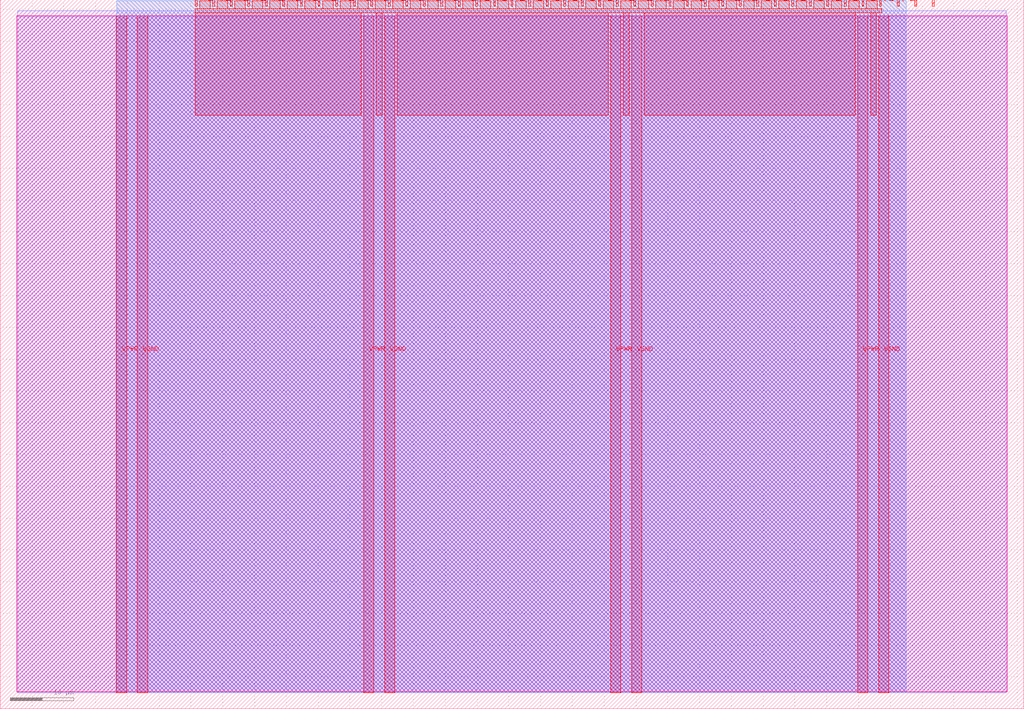
<source format=lef>
VERSION 5.7 ;
  NOWIREEXTENSIONATPIN ON ;
  DIVIDERCHAR "/" ;
  BUSBITCHARS "[]" ;
MACRO tt_um_CarrySelect8bit
  CLASS BLOCK ;
  FOREIGN tt_um_CarrySelect8bit ;
  ORIGIN 0.000 0.000 ;
  SIZE 161.000 BY 111.520 ;
  PIN VGND
    DIRECTION INOUT ;
    USE GROUND ;
    PORT
      LAYER met4 ;
        RECT 21.580 2.480 23.180 109.040 ;
    END
    PORT
      LAYER met4 ;
        RECT 60.450 2.480 62.050 109.040 ;
    END
    PORT
      LAYER met4 ;
        RECT 99.320 2.480 100.920 109.040 ;
    END
    PORT
      LAYER met4 ;
        RECT 138.190 2.480 139.790 109.040 ;
    END
  END VGND
  PIN VPWR
    DIRECTION INOUT ;
    USE POWER ;
    PORT
      LAYER met4 ;
        RECT 18.280 2.480 19.880 109.040 ;
    END
    PORT
      LAYER met4 ;
        RECT 57.150 2.480 58.750 109.040 ;
    END
    PORT
      LAYER met4 ;
        RECT 96.020 2.480 97.620 109.040 ;
    END
    PORT
      LAYER met4 ;
        RECT 134.890 2.480 136.490 109.040 ;
    END
  END VPWR
  PIN clk
    DIRECTION INPUT ;
    USE SIGNAL ;
    PORT
      LAYER met4 ;
        RECT 143.830 110.520 144.130 111.520 ;
    END
  END clk
  PIN ena
    DIRECTION INPUT ;
    USE SIGNAL ;
    PORT
      LAYER met4 ;
        RECT 146.590 110.520 146.890 111.520 ;
    END
  END ena
  PIN rst_n
    DIRECTION INPUT ;
    USE SIGNAL ;
    PORT
      LAYER met4 ;
        RECT 141.070 110.520 141.370 111.520 ;
    END
  END rst_n
  PIN ui_in[0]
    DIRECTION INPUT ;
    USE SIGNAL ;
    ANTENNAGATEAREA 0.196500 ;
    PORT
      LAYER met4 ;
        RECT 138.310 110.520 138.610 111.520 ;
    END
  END ui_in[0]
  PIN ui_in[1]
    DIRECTION INPUT ;
    USE SIGNAL ;
    ANTENNAGATEAREA 0.196500 ;
    PORT
      LAYER met4 ;
        RECT 135.550 110.520 135.850 111.520 ;
    END
  END ui_in[1]
  PIN ui_in[2]
    DIRECTION INPUT ;
    USE SIGNAL ;
    ANTENNAGATEAREA 0.196500 ;
    PORT
      LAYER met4 ;
        RECT 132.790 110.520 133.090 111.520 ;
    END
  END ui_in[2]
  PIN ui_in[3]
    DIRECTION INPUT ;
    USE SIGNAL ;
    ANTENNAGATEAREA 0.196500 ;
    PORT
      LAYER met4 ;
        RECT 130.030 110.520 130.330 111.520 ;
    END
  END ui_in[3]
  PIN ui_in[4]
    DIRECTION INPUT ;
    USE SIGNAL ;
    ANTENNAGATEAREA 0.196500 ;
    PORT
      LAYER met4 ;
        RECT 127.270 110.520 127.570 111.520 ;
    END
  END ui_in[4]
  PIN ui_in[5]
    DIRECTION INPUT ;
    USE SIGNAL ;
    ANTENNAGATEAREA 0.196500 ;
    PORT
      LAYER met4 ;
        RECT 124.510 110.520 124.810 111.520 ;
    END
  END ui_in[5]
  PIN ui_in[6]
    DIRECTION INPUT ;
    USE SIGNAL ;
    ANTENNAGATEAREA 0.196500 ;
    PORT
      LAYER met4 ;
        RECT 121.750 110.520 122.050 111.520 ;
    END
  END ui_in[6]
  PIN ui_in[7]
    DIRECTION INPUT ;
    USE SIGNAL ;
    ANTENNAGATEAREA 0.196500 ;
    PORT
      LAYER met4 ;
        RECT 118.990 110.520 119.290 111.520 ;
    END
  END ui_in[7]
  PIN uio_in[0]
    DIRECTION INPUT ;
    USE SIGNAL ;
    ANTENNAGATEAREA 0.196500 ;
    PORT
      LAYER met4 ;
        RECT 116.230 110.520 116.530 111.520 ;
    END
  END uio_in[0]
  PIN uio_in[1]
    DIRECTION INPUT ;
    USE SIGNAL ;
    ANTENNAGATEAREA 0.196500 ;
    PORT
      LAYER met4 ;
        RECT 113.470 110.520 113.770 111.520 ;
    END
  END uio_in[1]
  PIN uio_in[2]
    DIRECTION INPUT ;
    USE SIGNAL ;
    ANTENNAGATEAREA 0.196500 ;
    PORT
      LAYER met4 ;
        RECT 110.710 110.520 111.010 111.520 ;
    END
  END uio_in[2]
  PIN uio_in[3]
    DIRECTION INPUT ;
    USE SIGNAL ;
    ANTENNAGATEAREA 0.196500 ;
    PORT
      LAYER met4 ;
        RECT 107.950 110.520 108.250 111.520 ;
    END
  END uio_in[3]
  PIN uio_in[4]
    DIRECTION INPUT ;
    USE SIGNAL ;
    ANTENNAGATEAREA 0.196500 ;
    PORT
      LAYER met4 ;
        RECT 105.190 110.520 105.490 111.520 ;
    END
  END uio_in[4]
  PIN uio_in[5]
    DIRECTION INPUT ;
    USE SIGNAL ;
    ANTENNAGATEAREA 0.196500 ;
    PORT
      LAYER met4 ;
        RECT 102.430 110.520 102.730 111.520 ;
    END
  END uio_in[5]
  PIN uio_in[6]
    DIRECTION INPUT ;
    USE SIGNAL ;
    ANTENNAGATEAREA 0.196500 ;
    PORT
      LAYER met4 ;
        RECT 99.670 110.520 99.970 111.520 ;
    END
  END uio_in[6]
  PIN uio_in[7]
    DIRECTION INPUT ;
    USE SIGNAL ;
    ANTENNAGATEAREA 0.196500 ;
    PORT
      LAYER met4 ;
        RECT 96.910 110.520 97.210 111.520 ;
    END
  END uio_in[7]
  PIN uio_oe[0]
    DIRECTION OUTPUT ;
    USE SIGNAL ;
    PORT
      LAYER met4 ;
        RECT 49.990 110.520 50.290 111.520 ;
    END
  END uio_oe[0]
  PIN uio_oe[1]
    DIRECTION OUTPUT ;
    USE SIGNAL ;
    PORT
      LAYER met4 ;
        RECT 47.230 110.520 47.530 111.520 ;
    END
  END uio_oe[1]
  PIN uio_oe[2]
    DIRECTION OUTPUT ;
    USE SIGNAL ;
    PORT
      LAYER met4 ;
        RECT 44.470 110.520 44.770 111.520 ;
    END
  END uio_oe[2]
  PIN uio_oe[3]
    DIRECTION OUTPUT ;
    USE SIGNAL ;
    PORT
      LAYER met4 ;
        RECT 41.710 110.520 42.010 111.520 ;
    END
  END uio_oe[3]
  PIN uio_oe[4]
    DIRECTION OUTPUT ;
    USE SIGNAL ;
    PORT
      LAYER met4 ;
        RECT 38.950 110.520 39.250 111.520 ;
    END
  END uio_oe[4]
  PIN uio_oe[5]
    DIRECTION OUTPUT ;
    USE SIGNAL ;
    PORT
      LAYER met4 ;
        RECT 36.190 110.520 36.490 111.520 ;
    END
  END uio_oe[5]
  PIN uio_oe[6]
    DIRECTION OUTPUT ;
    USE SIGNAL ;
    PORT
      LAYER met4 ;
        RECT 33.430 110.520 33.730 111.520 ;
    END
  END uio_oe[6]
  PIN uio_oe[7]
    DIRECTION OUTPUT ;
    USE SIGNAL ;
    PORT
      LAYER met4 ;
        RECT 30.670 110.520 30.970 111.520 ;
    END
  END uio_oe[7]
  PIN uio_out[0]
    DIRECTION OUTPUT ;
    USE SIGNAL ;
    PORT
      LAYER met4 ;
        RECT 72.070 110.520 72.370 111.520 ;
    END
  END uio_out[0]
  PIN uio_out[1]
    DIRECTION OUTPUT ;
    USE SIGNAL ;
    PORT
      LAYER met4 ;
        RECT 69.310 110.520 69.610 111.520 ;
    END
  END uio_out[1]
  PIN uio_out[2]
    DIRECTION OUTPUT ;
    USE SIGNAL ;
    PORT
      LAYER met4 ;
        RECT 66.550 110.520 66.850 111.520 ;
    END
  END uio_out[2]
  PIN uio_out[3]
    DIRECTION OUTPUT ;
    USE SIGNAL ;
    PORT
      LAYER met4 ;
        RECT 63.790 110.520 64.090 111.520 ;
    END
  END uio_out[3]
  PIN uio_out[4]
    DIRECTION OUTPUT ;
    USE SIGNAL ;
    PORT
      LAYER met4 ;
        RECT 61.030 110.520 61.330 111.520 ;
    END
  END uio_out[4]
  PIN uio_out[5]
    DIRECTION OUTPUT ;
    USE SIGNAL ;
    PORT
      LAYER met4 ;
        RECT 58.270 110.520 58.570 111.520 ;
    END
  END uio_out[5]
  PIN uio_out[6]
    DIRECTION OUTPUT ;
    USE SIGNAL ;
    PORT
      LAYER met4 ;
        RECT 55.510 110.520 55.810 111.520 ;
    END
  END uio_out[6]
  PIN uio_out[7]
    DIRECTION OUTPUT ;
    USE SIGNAL ;
    PORT
      LAYER met4 ;
        RECT 52.750 110.520 53.050 111.520 ;
    END
  END uio_out[7]
  PIN uo_out[0]
    DIRECTION OUTPUT ;
    USE SIGNAL ;
    ANTENNADIFFAREA 0.795200 ;
    PORT
      LAYER met4 ;
        RECT 94.150 110.520 94.450 111.520 ;
    END
  END uo_out[0]
  PIN uo_out[1]
    DIRECTION OUTPUT ;
    USE SIGNAL ;
    ANTENNADIFFAREA 0.795200 ;
    PORT
      LAYER met4 ;
        RECT 91.390 110.520 91.690 111.520 ;
    END
  END uo_out[1]
  PIN uo_out[2]
    DIRECTION OUTPUT ;
    USE SIGNAL ;
    ANTENNADIFFAREA 0.795200 ;
    PORT
      LAYER met4 ;
        RECT 88.630 110.520 88.930 111.520 ;
    END
  END uo_out[2]
  PIN uo_out[3]
    DIRECTION OUTPUT ;
    USE SIGNAL ;
    ANTENNADIFFAREA 0.795200 ;
    PORT
      LAYER met4 ;
        RECT 85.870 110.520 86.170 111.520 ;
    END
  END uo_out[3]
  PIN uo_out[4]
    DIRECTION OUTPUT ;
    USE SIGNAL ;
    ANTENNADIFFAREA 1.721000 ;
    PORT
      LAYER met4 ;
        RECT 83.110 110.520 83.410 111.520 ;
    END
  END uo_out[4]
  PIN uo_out[5]
    DIRECTION OUTPUT ;
    USE SIGNAL ;
    ANTENNADIFFAREA 1.721000 ;
    PORT
      LAYER met4 ;
        RECT 80.350 110.520 80.650 111.520 ;
    END
  END uo_out[5]
  PIN uo_out[6]
    DIRECTION OUTPUT ;
    USE SIGNAL ;
    ANTENNADIFFAREA 1.721000 ;
    PORT
      LAYER met4 ;
        RECT 77.590 110.520 77.890 111.520 ;
    END
  END uo_out[6]
  PIN uo_out[7]
    DIRECTION OUTPUT ;
    USE SIGNAL ;
    ANTENNADIFFAREA 1.721000 ;
    PORT
      LAYER met4 ;
        RECT 74.830 110.520 75.130 111.520 ;
    END
  END uo_out[7]
  OBS
      LAYER nwell ;
        RECT 2.570 2.635 158.430 108.990 ;
      LAYER li1 ;
        RECT 2.760 2.635 158.240 108.885 ;
      LAYER met1 ;
        RECT 2.760 2.480 158.240 109.780 ;
      LAYER met2 ;
        RECT 18.310 2.535 142.510 111.365 ;
      LAYER met3 ;
        RECT 18.290 2.555 142.535 111.345 ;
      LAYER met4 ;
        RECT 31.370 110.120 33.030 111.345 ;
        RECT 34.130 110.120 35.790 111.345 ;
        RECT 36.890 110.120 38.550 111.345 ;
        RECT 39.650 110.120 41.310 111.345 ;
        RECT 42.410 110.120 44.070 111.345 ;
        RECT 45.170 110.120 46.830 111.345 ;
        RECT 47.930 110.120 49.590 111.345 ;
        RECT 50.690 110.120 52.350 111.345 ;
        RECT 53.450 110.120 55.110 111.345 ;
        RECT 56.210 110.120 57.870 111.345 ;
        RECT 58.970 110.120 60.630 111.345 ;
        RECT 61.730 110.120 63.390 111.345 ;
        RECT 64.490 110.120 66.150 111.345 ;
        RECT 67.250 110.120 68.910 111.345 ;
        RECT 70.010 110.120 71.670 111.345 ;
        RECT 72.770 110.120 74.430 111.345 ;
        RECT 75.530 110.120 77.190 111.345 ;
        RECT 78.290 110.120 79.950 111.345 ;
        RECT 81.050 110.120 82.710 111.345 ;
        RECT 83.810 110.120 85.470 111.345 ;
        RECT 86.570 110.120 88.230 111.345 ;
        RECT 89.330 110.120 90.990 111.345 ;
        RECT 92.090 110.120 93.750 111.345 ;
        RECT 94.850 110.120 96.510 111.345 ;
        RECT 97.610 110.120 99.270 111.345 ;
        RECT 100.370 110.120 102.030 111.345 ;
        RECT 103.130 110.120 104.790 111.345 ;
        RECT 105.890 110.120 107.550 111.345 ;
        RECT 108.650 110.120 110.310 111.345 ;
        RECT 111.410 110.120 113.070 111.345 ;
        RECT 114.170 110.120 115.830 111.345 ;
        RECT 116.930 110.120 118.590 111.345 ;
        RECT 119.690 110.120 121.350 111.345 ;
        RECT 122.450 110.120 124.110 111.345 ;
        RECT 125.210 110.120 126.870 111.345 ;
        RECT 127.970 110.120 129.630 111.345 ;
        RECT 130.730 110.120 132.390 111.345 ;
        RECT 133.490 110.120 135.150 111.345 ;
        RECT 136.250 110.120 137.910 111.345 ;
        RECT 30.655 109.440 138.625 110.120 ;
        RECT 30.655 93.335 56.750 109.440 ;
        RECT 59.150 93.335 60.050 109.440 ;
        RECT 62.450 93.335 95.620 109.440 ;
        RECT 98.020 93.335 98.920 109.440 ;
        RECT 101.320 93.335 134.490 109.440 ;
        RECT 136.890 93.335 137.790 109.440 ;
  END
END tt_um_CarrySelect8bit
END LIBRARY


</source>
